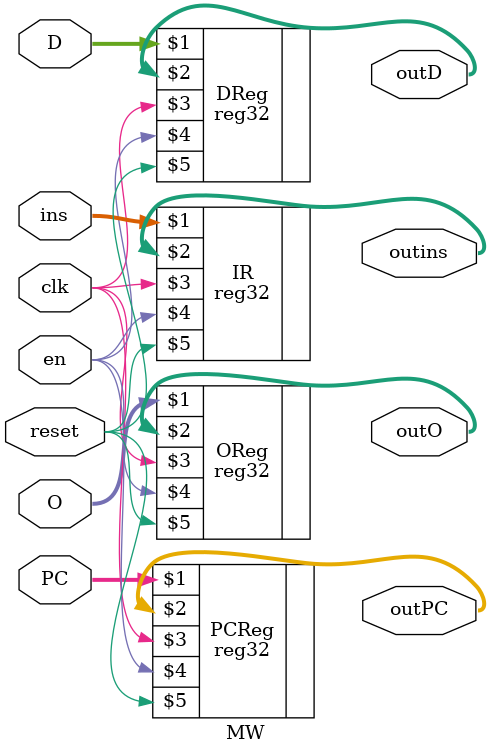
<source format=v>
module MW(ins, PC, O, D, clk, reset, en, outins, outPC, outO, outD);

input [31:0] ins, O, D, PC; 
input clk, reset, en; 

output [31:0] outins, outO, outD, outPC; 

reg32 IR(ins, outins, clk, en, reset);
reg32 OReg(O, outO, clk, en, reset);
reg32 DReg(D, outD, clk, en, reset);
reg32 PCReg(PC,outPC, clk, en, reset);

endmodule
</source>
